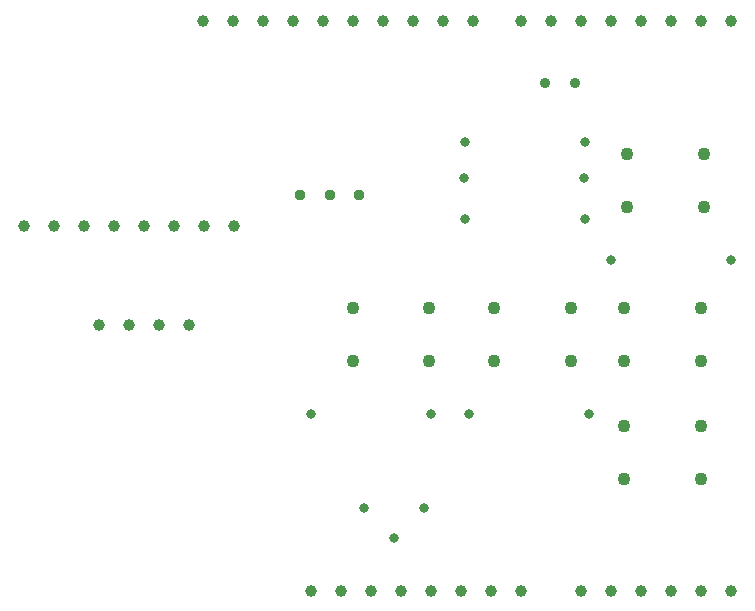
<source format=gbr>
%TF.GenerationSoftware,KiCad,Pcbnew,8.0.8*%
%TF.CreationDate,2025-02-03T19:45:23-07:00*%
%TF.ProjectId,Uno_Shield_ThermoPro,556e6f5f-5368-4696-956c-645f54686572,rev?*%
%TF.SameCoordinates,Original*%
%TF.FileFunction,Plated,1,2,PTH,Drill*%
%TF.FilePolarity,Positive*%
%FSLAX46Y46*%
G04 Gerber Fmt 4.6, Leading zero omitted, Abs format (unit mm)*
G04 Created by KiCad (PCBNEW 8.0.8) date 2025-02-03 19:45:23*
%MOMM*%
%LPD*%
G01*
G04 APERTURE LIST*
%TA.AperFunction,ComponentDrill*%
%ADD10C,0.800000*%
%TD*%
%TA.AperFunction,ComponentDrill*%
%ADD11C,0.900000*%
%TD*%
%TA.AperFunction,ComponentDrill*%
%ADD12C,0.950000*%
%TD*%
%TA.AperFunction,ComponentDrill*%
%ADD13C,1.000000*%
%TD*%
%TA.AperFunction,ComponentDrill*%
%ADD14C,1.100000*%
%TD*%
G04 APERTURE END LIST*
D10*
%TO.C,R6*%
X127920000Y-82500000D03*
%TO.C,RV1*%
X132420000Y-90500000D03*
X134960000Y-93040000D03*
X137500000Y-90500000D03*
%TO.C,R6*%
X138080000Y-82500000D03*
%TO.C,R2*%
X140840000Y-62500000D03*
%TO.C,R1*%
X140920000Y-59500000D03*
%TO.C,R5*%
X140920000Y-66000000D03*
%TO.C,R4*%
X141260000Y-82500000D03*
%TO.C,R2*%
X151000000Y-62500000D03*
%TO.C,R1*%
X151080000Y-59500000D03*
%TO.C,R5*%
X151080000Y-66000000D03*
%TO.C,R4*%
X151420000Y-82500000D03*
%TO.C,R3*%
X153340000Y-69500000D03*
X163500000Y-69500000D03*
D11*
%TO.C,D1*%
X147725000Y-54500000D03*
X150265000Y-54500000D03*
D12*
%TO.C,J7*%
X127000000Y-64000000D03*
X129500000Y-64000000D03*
X132000000Y-64000000D03*
D13*
%TO.C,J5*%
X103595000Y-66570238D03*
X106135000Y-66570238D03*
X108675000Y-66570238D03*
%TO.C,J6*%
X109920000Y-75000000D03*
%TO.C,J5*%
X111215000Y-66570238D03*
%TO.C,J6*%
X112460000Y-75000000D03*
%TO.C,J5*%
X113755000Y-66570238D03*
%TO.C,J6*%
X115000000Y-75000000D03*
%TO.C,J5*%
X116295000Y-66570238D03*
%TO.C,J6*%
X117540000Y-75000000D03*
%TO.C,J2*%
X118796000Y-49200000D03*
%TO.C,J5*%
X118835000Y-66570238D03*
%TO.C,J2*%
X121336000Y-49200000D03*
%TO.C,J5*%
X121375000Y-66570238D03*
%TO.C,J2*%
X123876000Y-49200000D03*
X126416000Y-49200000D03*
%TO.C,J1*%
X127940000Y-97460000D03*
%TO.C,J2*%
X128956000Y-49200000D03*
%TO.C,J1*%
X130480000Y-97460000D03*
%TO.C,J2*%
X131496000Y-49200000D03*
%TO.C,J1*%
X133020000Y-97460000D03*
%TO.C,J2*%
X134036000Y-49200000D03*
%TO.C,J1*%
X135560000Y-97460000D03*
%TO.C,J2*%
X136576000Y-49200000D03*
%TO.C,J1*%
X138100000Y-97460000D03*
%TO.C,J2*%
X139116000Y-49200000D03*
%TO.C,J1*%
X140640000Y-97460000D03*
%TO.C,J2*%
X141656000Y-49200000D03*
%TO.C,J1*%
X143180000Y-97460000D03*
%TO.C,J4*%
X145720000Y-49200000D03*
%TO.C,J1*%
X145720000Y-97460000D03*
%TO.C,J4*%
X148260000Y-49200000D03*
X150800000Y-49200000D03*
%TO.C,J3*%
X150800000Y-97460000D03*
%TO.C,J4*%
X153340000Y-49200000D03*
%TO.C,J3*%
X153340000Y-97460000D03*
%TO.C,J4*%
X155880000Y-49200000D03*
%TO.C,J3*%
X155880000Y-97460000D03*
%TO.C,J4*%
X158420000Y-49200000D03*
%TO.C,J3*%
X158420000Y-97460000D03*
%TO.C,J4*%
X160960000Y-49200000D03*
%TO.C,J3*%
X160960000Y-97460000D03*
%TO.C,J4*%
X163500000Y-49200000D03*
%TO.C,J3*%
X163500000Y-97460000D03*
D14*
%TO.C,SW5*%
X131420000Y-73500000D03*
X131420000Y-78000000D03*
X137920000Y-73500000D03*
X137920000Y-78000000D03*
%TO.C,SW4*%
X143420000Y-73500000D03*
X143420000Y-78000000D03*
X149920000Y-73500000D03*
X149920000Y-78000000D03*
%TO.C,SW2*%
X154420000Y-73500000D03*
X154420000Y-78000000D03*
%TO.C,SW3*%
X154420000Y-83500000D03*
X154420000Y-88000000D03*
%TO.C,SW1*%
X154670000Y-60500000D03*
X154670000Y-65000000D03*
%TO.C,SW2*%
X160920000Y-73500000D03*
X160920000Y-78000000D03*
%TO.C,SW3*%
X160920000Y-83500000D03*
X160920000Y-88000000D03*
%TO.C,SW1*%
X161170000Y-60500000D03*
X161170000Y-65000000D03*
M02*

</source>
